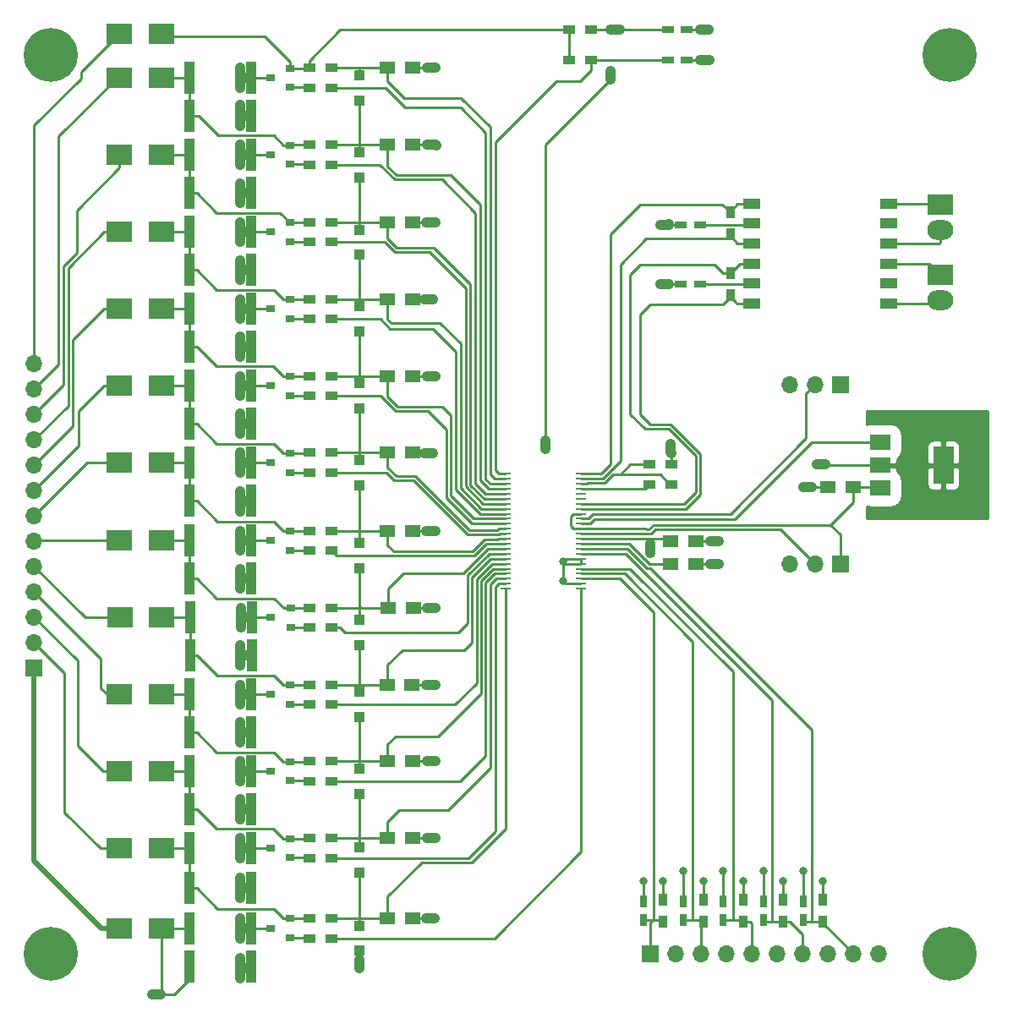
<source format=gbr>
G04 #@! TF.GenerationSoftware,KiCad,Pcbnew,5.1.0-rc2-unknown-d2d2101~82~ubuntu18.10.1*
G04 #@! TF.CreationDate,2019-03-08T15:06:41-05:00*
G04 #@! TF.ProjectId,LTC6811,4c544336-3831-4312-9e6b-696361645f70,rev?*
G04 #@! TF.SameCoordinates,Original*
G04 #@! TF.FileFunction,Copper,L1,Top*
G04 #@! TF.FilePolarity,Positive*
%FSLAX46Y46*%
G04 Gerber Fmt 4.6, Leading zero omitted, Abs format (unit mm)*
G04 Created by KiCad (PCBNEW 5.1.0-rc2-unknown-d2d2101~82~ubuntu18.10.1) date 2019-03-08 15:06:41*
%MOMM*%
%LPD*%
G04 APERTURE LIST*
%ADD10R,1.000000X3.200000*%
%ADD11R,2.650000X2.030000*%
%ADD12R,1.500000X1.250000*%
%ADD13R,1.200000X0.750000*%
%ADD14R,0.750000X1.200000*%
%ADD15O,1.700000X1.700000*%
%ADD16R,1.700000X1.700000*%
%ADD17O,2.600000X2.000000*%
%ADD18R,2.600000X2.000000*%
%ADD19R,2.000000X1.500000*%
%ADD20R,2.000000X3.800000*%
%ADD21R,0.900000X0.800000*%
%ADD22R,1.200000X0.900000*%
%ADD23R,0.900000X1.200000*%
%ADD24R,1.750000X1.000000*%
%ADD25R,1.753000X1.000000*%
%ADD26R,1.000000X0.285000*%
%ADD27C,5.400000*%
%ADD28C,0.800000*%
%ADD29R,1.000000X1.000000*%
%ADD30C,0.250000*%
%ADD31C,1.000000*%
%ADD32C,0.500000*%
%ADD33C,0.254000*%
G04 APERTURE END LIST*
D10*
X18850000Y-18850000D03*
X25050000Y-18850000D03*
D11*
X11860000Y-2925000D03*
X16040000Y-2925000D03*
D12*
X69550000Y-55950000D03*
X67050000Y-55950000D03*
X67050000Y-53700000D03*
X69550000Y-53700000D03*
D13*
X68650000Y-5500000D03*
X66750000Y-5500000D03*
X66750000Y-2500000D03*
X68650000Y-2500000D03*
D12*
X85300000Y-48300000D03*
X82800000Y-48300000D03*
D13*
X69950000Y-22000000D03*
X68050000Y-22000000D03*
X68050000Y-28000000D03*
X69950000Y-28000000D03*
D14*
X64300000Y-89750000D03*
X64300000Y-91650000D03*
X68300000Y-91650000D03*
X68300000Y-89750000D03*
X72300000Y-89750000D03*
X72300000Y-91650000D03*
X76300000Y-91650000D03*
X76300000Y-89750000D03*
X80300000Y-89750000D03*
X80300000Y-91650000D03*
D11*
X16040000Y-7300000D03*
X11860000Y-7300000D03*
X11860000Y-15000000D03*
X16040000Y-15000000D03*
X16040000Y-22750000D03*
X11860000Y-22750000D03*
X11860000Y-30450000D03*
X16040000Y-30450000D03*
X16040000Y-38150000D03*
X11860000Y-38150000D03*
X11860000Y-45850000D03*
X16040000Y-45850000D03*
X16040000Y-53650000D03*
X11860000Y-53650000D03*
X11910000Y-61350000D03*
X16090000Y-61350000D03*
X16040000Y-69050000D03*
X11860000Y-69050000D03*
X11860000Y-76750000D03*
X16040000Y-76750000D03*
X16040000Y-84450000D03*
X11860000Y-84450000D03*
D15*
X3300000Y-35920000D03*
X3300000Y-38460000D03*
X3300000Y-41000000D03*
X3300000Y-43540000D03*
X3300000Y-46080000D03*
X3300000Y-48620000D03*
X3300000Y-51160000D03*
X3300000Y-53700000D03*
X3300000Y-56240000D03*
X3300000Y-58780000D03*
X3300000Y-61320000D03*
X3300000Y-63860000D03*
D16*
X3300000Y-66400000D03*
D17*
X94000000Y-22540000D03*
D18*
X94000000Y-20000000D03*
X94000000Y-27000000D03*
D17*
X94000000Y-29540000D03*
D15*
X78961495Y-56000000D03*
X81501495Y-56000000D03*
D16*
X84041495Y-56000000D03*
X84000000Y-38000000D03*
D15*
X81460000Y-38000000D03*
X78920000Y-38000000D03*
D19*
X88050000Y-43800000D03*
X88050000Y-48400000D03*
X88050000Y-46100000D03*
D20*
X94350000Y-46100000D03*
D21*
X28950000Y-8250000D03*
X28950000Y-6350000D03*
X26950000Y-7300000D03*
X26950000Y-15000000D03*
X28950000Y-14050000D03*
X28950000Y-15950000D03*
X26950000Y-22750000D03*
X28950000Y-21800000D03*
X28950000Y-23700000D03*
X28950000Y-31400000D03*
X28950000Y-29500000D03*
X26950000Y-30450000D03*
X26950000Y-38150000D03*
X28950000Y-37200000D03*
X28950000Y-39100000D03*
X26950000Y-45850000D03*
X28950000Y-44900000D03*
X28950000Y-46800000D03*
X28950000Y-54600000D03*
X28950000Y-52700000D03*
X26950000Y-53650000D03*
X27000000Y-61350000D03*
X29000000Y-60400000D03*
X29000000Y-62300000D03*
X28950000Y-70000000D03*
X28950000Y-68100000D03*
X26950000Y-69050000D03*
X28950000Y-77700000D03*
X28950000Y-75800000D03*
X26950000Y-76750000D03*
X26950000Y-84450000D03*
X28950000Y-83500000D03*
X28950000Y-85400000D03*
X28950000Y-93400000D03*
X28950000Y-91500000D03*
X26950000Y-92450000D03*
D22*
X56900000Y-2500000D03*
X59100000Y-2500000D03*
X59100000Y-5500000D03*
X56900000Y-5500000D03*
X67100000Y-48000000D03*
X64900000Y-48000000D03*
X64900000Y-46000000D03*
X67100000Y-46000000D03*
D23*
X73000000Y-20800000D03*
X73000000Y-23000000D03*
X73000000Y-29100000D03*
X73000000Y-26900000D03*
X66300000Y-89600000D03*
X66300000Y-91800000D03*
X70300000Y-91800000D03*
X70300000Y-89600000D03*
X74300000Y-89600000D03*
X74300000Y-91800000D03*
X78300000Y-89600000D03*
X78300000Y-91800000D03*
X82300000Y-91800000D03*
X82300000Y-89600000D03*
D22*
X33050000Y-6300000D03*
X30850000Y-6300000D03*
X33050000Y-8300000D03*
X30850000Y-8300000D03*
X33050000Y-14000000D03*
X30850000Y-14000000D03*
X30850000Y-16000000D03*
X33050000Y-16000000D03*
X33050000Y-21750000D03*
X30850000Y-21750000D03*
X30850000Y-23750000D03*
X33050000Y-23750000D03*
X33050000Y-29450000D03*
X30850000Y-29450000D03*
X30850000Y-31450000D03*
X33050000Y-31450000D03*
X33050000Y-37150000D03*
X30850000Y-37150000D03*
X30850000Y-39150000D03*
X33050000Y-39150000D03*
X30850000Y-44850000D03*
X33050000Y-44850000D03*
X33050000Y-46850000D03*
X30850000Y-46850000D03*
X33050000Y-52650000D03*
X30850000Y-52650000D03*
X30850000Y-54650000D03*
X33050000Y-54650000D03*
X30900000Y-60350000D03*
X33100000Y-60350000D03*
X33100000Y-62350000D03*
X30900000Y-62350000D03*
X30850000Y-68050000D03*
X33050000Y-68050000D03*
X30850000Y-70050000D03*
X33050000Y-70050000D03*
X30850000Y-75750000D03*
X33050000Y-75750000D03*
X30850000Y-77750000D03*
X33050000Y-77750000D03*
X33050000Y-83450000D03*
X30850000Y-83450000D03*
X30850000Y-85450000D03*
X33050000Y-85450000D03*
X33050000Y-91450000D03*
X30850000Y-91450000D03*
X30850000Y-93450000D03*
X33050000Y-93450000D03*
D24*
X75125000Y-29900000D03*
X75125000Y-27900000D03*
X75125000Y-25900000D03*
X75125000Y-23900000D03*
X75125000Y-21900000D03*
D25*
X75125000Y-19900000D03*
D24*
X88875000Y-19900000D03*
X88875000Y-21900000D03*
X88875000Y-23900000D03*
X88875000Y-29900000D03*
X88875000Y-27900000D03*
X88875000Y-25900000D03*
D26*
X58050000Y-46950000D03*
X58050000Y-47450000D03*
X58050000Y-47950000D03*
X58050000Y-48450000D03*
X58050000Y-48950000D03*
X58050000Y-49450000D03*
X58050000Y-49950000D03*
X58050000Y-50450000D03*
X58050000Y-50950000D03*
X58050000Y-51450000D03*
X58050000Y-51950000D03*
X58050000Y-52450000D03*
X58050000Y-52950000D03*
X58050000Y-53450000D03*
X58050000Y-53950000D03*
X58050000Y-54450000D03*
X58050000Y-54950000D03*
X58050000Y-55450000D03*
X58050000Y-55950000D03*
X58050000Y-56450000D03*
X58050000Y-56950000D03*
X58050000Y-57450000D03*
X58050000Y-57950000D03*
X58050000Y-58450000D03*
X50550000Y-58450000D03*
X50550000Y-57950000D03*
X50550000Y-57450000D03*
X50550000Y-56950000D03*
X50550000Y-56450000D03*
X50550000Y-55950000D03*
X50550000Y-55450000D03*
X50550000Y-54950000D03*
X50550000Y-54450000D03*
X50550000Y-53950000D03*
X50550000Y-53450000D03*
X50550000Y-52950000D03*
X50550000Y-52450000D03*
X50550000Y-51950000D03*
X50550000Y-51450000D03*
X50550000Y-50950000D03*
X50550000Y-50450000D03*
X50550000Y-49950000D03*
X50550000Y-49450000D03*
X50550000Y-48950000D03*
X50550000Y-48450000D03*
X50550000Y-47950000D03*
X50550000Y-47450000D03*
X50550000Y-46950000D03*
D27*
X5000000Y-5000000D03*
D28*
X7025000Y-5000000D03*
X6431891Y-6431891D03*
X5000000Y-7025000D03*
X3568109Y-6431891D03*
X2975000Y-5000000D03*
X3568109Y-3568109D03*
X5000000Y-2975000D03*
X6431891Y-3568109D03*
X6431891Y-93568109D03*
X5000000Y-92975000D03*
X3568109Y-93568109D03*
X2975000Y-95000000D03*
X3568109Y-96431891D03*
X5000000Y-97025000D03*
X6431891Y-96431891D03*
X7025000Y-95000000D03*
D27*
X5000000Y-95000000D03*
D28*
X96431891Y-3568109D03*
X95000000Y-2975000D03*
X93568109Y-3568109D03*
X92975000Y-5000000D03*
X93568109Y-6431891D03*
X95000000Y-7025000D03*
X96431891Y-6431891D03*
X97025000Y-5000000D03*
D27*
X95000000Y-5000000D03*
X95000000Y-95000000D03*
D28*
X97025000Y-95000000D03*
X96431891Y-96431891D03*
X95000000Y-97025000D03*
X93568109Y-96431891D03*
X92975000Y-95000000D03*
X93568109Y-93568109D03*
X95000000Y-92975000D03*
X96431891Y-93568109D03*
D10*
X25050000Y-7300000D03*
X18850000Y-7300000D03*
X18850000Y-15000000D03*
X25050000Y-15000000D03*
X18850000Y-22750000D03*
X25050000Y-22750000D03*
X25050000Y-30450000D03*
X18850000Y-30450000D03*
X18850000Y-38150000D03*
X25050000Y-38150000D03*
X18850000Y-45850000D03*
X25050000Y-45850000D03*
X18850000Y-53650000D03*
X25050000Y-53650000D03*
X18900000Y-61350000D03*
X25100000Y-61350000D03*
X25050000Y-76750000D03*
X18850000Y-76750000D03*
X25050000Y-84450000D03*
X18850000Y-84450000D03*
X18850000Y-92450000D03*
X25050000Y-92450000D03*
X25050000Y-69050000D03*
X18850000Y-69050000D03*
D12*
X38700000Y-6300000D03*
X41200000Y-6300000D03*
X38700000Y-14000000D03*
X41200000Y-14000000D03*
X41200000Y-21750000D03*
X38700000Y-21750000D03*
X38700000Y-29450000D03*
X41200000Y-29450000D03*
X41200000Y-37150000D03*
X38700000Y-37150000D03*
X38700000Y-44850000D03*
X41200000Y-44850000D03*
X41200000Y-52650000D03*
X38700000Y-52650000D03*
X41250000Y-60350000D03*
X38750000Y-60350000D03*
X41150000Y-68100000D03*
X38650000Y-68100000D03*
X38700000Y-75750000D03*
X41200000Y-75750000D03*
X41200000Y-83450000D03*
X38700000Y-83450000D03*
X38700000Y-91450000D03*
X41200000Y-91450000D03*
D29*
X35850000Y-9550000D03*
X35850000Y-7050000D03*
X35850000Y-17250000D03*
X35850000Y-14750000D03*
X35850000Y-22500000D03*
X35850000Y-25000000D03*
X35850000Y-30200000D03*
X35850000Y-32700000D03*
X35850000Y-37900000D03*
X35850000Y-40400000D03*
X35850000Y-48100000D03*
X35850000Y-45600000D03*
X35850000Y-56400000D03*
X35850000Y-53900000D03*
X35900000Y-61600000D03*
X35900000Y-64100000D03*
X35850000Y-68800000D03*
X35850000Y-71300000D03*
X35850000Y-76500000D03*
X35850000Y-79000000D03*
X35850000Y-86850000D03*
X35850000Y-84350000D03*
X35850000Y-94700000D03*
X35850000Y-92200000D03*
D11*
X16040000Y-92450000D03*
X11860000Y-92450000D03*
D15*
X87860000Y-95000000D03*
X85320000Y-95000000D03*
X82780000Y-95000000D03*
X80240000Y-95000000D03*
X77700000Y-95000000D03*
X75160000Y-95000000D03*
X72620000Y-95000000D03*
X70080000Y-95000000D03*
X67540000Y-95000000D03*
D16*
X65000000Y-95000000D03*
D10*
X25050000Y-11100000D03*
X18850000Y-11100000D03*
X25050000Y-26550000D03*
X18850000Y-26550000D03*
X25050000Y-34250000D03*
X18850000Y-34250000D03*
X25050000Y-41950000D03*
X18850000Y-41950000D03*
X18850000Y-49650000D03*
X25050000Y-49650000D03*
X25050000Y-57450000D03*
X18850000Y-57450000D03*
X25100000Y-65150000D03*
X18900000Y-65150000D03*
X18850000Y-72850000D03*
X25050000Y-72850000D03*
X18850000Y-80550000D03*
X25050000Y-80550000D03*
X18850000Y-88450000D03*
X25050000Y-88450000D03*
X18850000Y-96250000D03*
X25050000Y-96250000D03*
D28*
X64300000Y-87700000D03*
X56300000Y-55700000D03*
X56300000Y-57700000D03*
X68300000Y-86700000D03*
X72300000Y-86700000D03*
X76300000Y-86700000D03*
X80300000Y-86700000D03*
X80300000Y-48300000D03*
X70000000Y-5500000D03*
X70000000Y-2500000D03*
X66000000Y-22000000D03*
X66000000Y-28000000D03*
X67000000Y-44000000D03*
X43450000Y-6300000D03*
X43550000Y-14050000D03*
X43450000Y-21750000D03*
X43450000Y-52650000D03*
X43450000Y-52650000D03*
X43500000Y-60350000D03*
X43450000Y-68050000D03*
X43450000Y-75750000D03*
X43450000Y-83450000D03*
X43250000Y-29450000D03*
X15100000Y-99100000D03*
X16000000Y-99100000D03*
X35850000Y-96450000D03*
X43450000Y-37150000D03*
X42610000Y-6300000D03*
X42670000Y-14020000D03*
X42560000Y-21750000D03*
X42420000Y-29450000D03*
X42600000Y-37160000D03*
X43240000Y-44860000D03*
X42370000Y-44860000D03*
X42590000Y-52650000D03*
X42620000Y-60360000D03*
X42540000Y-68050000D03*
X42620000Y-75750000D03*
X42630000Y-83450000D03*
X43430000Y-91460000D03*
X42570000Y-91460000D03*
X35840000Y-95630000D03*
X70910000Y-5520000D03*
X66870000Y-21990000D03*
X66860000Y-27980000D03*
X67080000Y-44900000D03*
X81170000Y-48290000D03*
X71840000Y-53700000D03*
X71820000Y-55960000D03*
X70990000Y-55950000D03*
X71010000Y-53710000D03*
X70839982Y-2499982D03*
X66300000Y-87700000D03*
X82300000Y-87700000D03*
X78300000Y-87700000D03*
X74300000Y-87700000D03*
X70300000Y-87700000D03*
X65000000Y-53989996D03*
X64990000Y-54860000D03*
X82500000Y-46000000D03*
X54500000Y-44500000D03*
X61000000Y-7500000D03*
X61000000Y-2500000D03*
X54490000Y-43610000D03*
X61950000Y-2490000D03*
X61020000Y-6630000D03*
X81650000Y-46010000D03*
X23950000Y-7300000D03*
X23950000Y-6300000D03*
X23950000Y-8300000D03*
X23950000Y-11100000D03*
X23950000Y-10000000D03*
X23950000Y-12150000D03*
X23950000Y-15000000D03*
X23950000Y-14000000D03*
X23950000Y-16000000D03*
X23950000Y-18850000D03*
X23950000Y-17850000D03*
X23950000Y-19850000D03*
X23950000Y-22750000D03*
X23950000Y-21750000D03*
X23950000Y-23750000D03*
X23950000Y-26550000D03*
X23950000Y-25550000D03*
X23950000Y-27550000D03*
X23950000Y-30450000D03*
X23950000Y-29450000D03*
X23950000Y-31450000D03*
X23950000Y-34250000D03*
X23950000Y-33250000D03*
X23950000Y-35250000D03*
X23950000Y-38150000D03*
X23950000Y-37150000D03*
X23950000Y-39150000D03*
X23950000Y-41950000D03*
X23950000Y-40950000D03*
X23950000Y-42950000D03*
X23950000Y-45850000D03*
X23950000Y-44850000D03*
X23950000Y-46850000D03*
X23950000Y-49700000D03*
X23950000Y-48700000D03*
X23950000Y-50700000D03*
X23950000Y-53650000D03*
X23950000Y-52650000D03*
X23950000Y-54650000D03*
X23950000Y-57450000D03*
X23950000Y-56450000D03*
X23950000Y-58450000D03*
X24000000Y-61350000D03*
X24000000Y-60350000D03*
X24000000Y-62350000D03*
X23950000Y-65150000D03*
X23950000Y-64150000D03*
X23950000Y-66150000D03*
X23950000Y-69050000D03*
X23950000Y-68050000D03*
X23950000Y-70050000D03*
X23950000Y-72850000D03*
X23950000Y-71850000D03*
X23950000Y-73850000D03*
X23950000Y-76750000D03*
X23950000Y-75750000D03*
X23950000Y-77750000D03*
X23950000Y-80550000D03*
X23950000Y-79550000D03*
X23950000Y-81550000D03*
X23950000Y-84450000D03*
X23950000Y-83450000D03*
X23950000Y-85450000D03*
X23950000Y-88400000D03*
X23950000Y-87400000D03*
X23950000Y-89400000D03*
X23950000Y-92450000D03*
X23950000Y-91450000D03*
X23950000Y-93450000D03*
X23950000Y-96450000D03*
X23950000Y-95450000D03*
X23950000Y-97450000D03*
D30*
X64300000Y-89750000D02*
X64300000Y-87700000D01*
X58050000Y-55950000D02*
X56550000Y-55950000D01*
X56550000Y-55950000D02*
X56300000Y-55700000D01*
X56550000Y-55450000D02*
X56300000Y-55700000D01*
X58050000Y-55450000D02*
X56550000Y-55450000D01*
X58050000Y-57950000D02*
X56550000Y-57950000D01*
X56550000Y-57950000D02*
X56300000Y-57700000D01*
X68300000Y-89750000D02*
X68300000Y-86700000D01*
X72300000Y-89750000D02*
X72300000Y-86700000D01*
X76300000Y-89750000D02*
X76300000Y-86700000D01*
X80300000Y-89750000D02*
X80300000Y-86700000D01*
X82800000Y-48300000D02*
X80300000Y-48300000D01*
X68650000Y-5500000D02*
X70000000Y-5500000D01*
X68650000Y-2500000D02*
X70000000Y-2500000D01*
X68050000Y-22000000D02*
X66000000Y-22000000D01*
X67100000Y-46000000D02*
X67100000Y-44100000D01*
X67100000Y-44100000D02*
X67000000Y-44000000D01*
X41200000Y-6300000D02*
X43450000Y-6300000D01*
X41200000Y-14000000D02*
X43450000Y-14000000D01*
X41200000Y-21750000D02*
X43450000Y-21750000D01*
X41200000Y-37150000D02*
X43450000Y-37150000D01*
X41200000Y-52650000D02*
X43450000Y-52650000D01*
X41250000Y-60350000D02*
X43500000Y-60350000D01*
X41200000Y-68050000D02*
X43450000Y-68050000D01*
X41200000Y-75750000D02*
X43450000Y-75750000D01*
X41200000Y-83450000D02*
X43450000Y-83450000D01*
X41200000Y-29450000D02*
X43224990Y-29450000D01*
X17615000Y-92450000D02*
X18850000Y-92450000D01*
X16040000Y-92450000D02*
X17615000Y-92450000D01*
X15090000Y-99110000D02*
X15100000Y-99100000D01*
D31*
X15100000Y-99100000D02*
X16000000Y-99100000D01*
D30*
X68050000Y-28000000D02*
X66000000Y-28000000D01*
X35850000Y-94700000D02*
X35850000Y-96450000D01*
X16040000Y-99060000D02*
X16000000Y-99100000D01*
X16040000Y-92450000D02*
X16040000Y-99060000D01*
X17300000Y-99100000D02*
X16565685Y-99100000D01*
X16565685Y-99100000D02*
X16000000Y-99100000D01*
X18850000Y-96450000D02*
X18850000Y-97550000D01*
X18850000Y-97550000D02*
X17300000Y-99100000D01*
X43230000Y-44850000D02*
X43240000Y-44860000D01*
X41200000Y-44850000D02*
X43230000Y-44850000D01*
X43420000Y-91450000D02*
X43430000Y-91460000D01*
X41200000Y-91450000D02*
X43420000Y-91450000D01*
D31*
X42570000Y-91460000D02*
X43430000Y-91460000D01*
X42630000Y-83450000D02*
X43450000Y-83450000D01*
X42620000Y-75750000D02*
X43450000Y-75750000D01*
X42540000Y-68050000D02*
X43450000Y-68050000D01*
X43490000Y-60360000D02*
X43500000Y-60350000D01*
X42620000Y-60360000D02*
X43490000Y-60360000D01*
X42590000Y-52650000D02*
X43450000Y-52650000D01*
X42370000Y-44860000D02*
X43240000Y-44860000D01*
X43440000Y-37160000D02*
X43450000Y-37150000D01*
X42600000Y-37160000D02*
X43440000Y-37160000D01*
X42420000Y-29450000D02*
X43250000Y-29450000D01*
X42560000Y-21750000D02*
X43450000Y-21750000D01*
X43520000Y-14020000D02*
X43550000Y-14050000D01*
X42670000Y-14020000D02*
X43520000Y-14020000D01*
X42610000Y-6300000D02*
X43450000Y-6300000D01*
X35850000Y-95640000D02*
X35840000Y-95630000D01*
X35850000Y-96450000D02*
X35850000Y-95640000D01*
X70890000Y-5500000D02*
X70910000Y-5520000D01*
X70000000Y-5500000D02*
X70890000Y-5500000D01*
X66860000Y-22000000D02*
X66870000Y-21990000D01*
X66000000Y-22000000D02*
X66860000Y-22000000D01*
X66840000Y-28000000D02*
X66860000Y-27980000D01*
X66000000Y-28000000D02*
X66840000Y-28000000D01*
X67000000Y-44820000D02*
X67080000Y-44900000D01*
X67000000Y-44000000D02*
X67000000Y-44820000D01*
X81160000Y-48300000D02*
X81170000Y-48290000D01*
X80300000Y-48300000D02*
X81160000Y-48300000D01*
D30*
X69550000Y-53700000D02*
X71840000Y-53700000D01*
X71810000Y-55950000D02*
X71820000Y-55960000D01*
X69550000Y-55950000D02*
X71810000Y-55950000D01*
D31*
X71830000Y-53710000D02*
X71840000Y-53700000D01*
X71010000Y-53710000D02*
X71830000Y-53710000D01*
X70990000Y-55950000D02*
X71810000Y-55950000D01*
D30*
X58050000Y-55450000D02*
X58050000Y-55950000D01*
X56300000Y-55700000D02*
X56300000Y-57700000D01*
D31*
X70000000Y-2500000D02*
X70839964Y-2500000D01*
X70839964Y-2500000D02*
X70839982Y-2499982D01*
D30*
X62876984Y-53950000D02*
X64876984Y-55950000D01*
X64876984Y-55950000D02*
X66050000Y-55950000D01*
X66050000Y-55950000D02*
X67050000Y-55950000D01*
X58050000Y-53950000D02*
X62876984Y-53950000D01*
X66800000Y-53450000D02*
X67050000Y-53700000D01*
X66300000Y-87700000D02*
X66300000Y-89600000D01*
X82300000Y-89600000D02*
X82300000Y-87700000D01*
X78300000Y-89600000D02*
X78300000Y-87700000D01*
X74300000Y-89600000D02*
X74300000Y-87700000D01*
X70300000Y-89600000D02*
X70300000Y-87700000D01*
X58050000Y-53450000D02*
X64950000Y-53450000D01*
X64950000Y-53450000D02*
X66800000Y-53450000D01*
X64950000Y-53450000D02*
X65000000Y-53500000D01*
X65000000Y-53500000D02*
X65000000Y-53989996D01*
D31*
X64990000Y-53999996D02*
X65000000Y-53989996D01*
X64990000Y-54860000D02*
X64990000Y-53999996D01*
D30*
X59100000Y-5500000D02*
X66750000Y-5500000D01*
X59100000Y-6500000D02*
X59100000Y-5500000D01*
X49850000Y-46950000D02*
X49500000Y-46600000D01*
X49500000Y-46600000D02*
X49500000Y-13701890D01*
X55551890Y-7650000D02*
X57950000Y-7650000D01*
X49500000Y-13701890D02*
X55551890Y-7650000D01*
X50550000Y-46950000D02*
X49850000Y-46950000D01*
X57950000Y-7650000D02*
X59100000Y-6500000D01*
X59100000Y-2500000D02*
X66750000Y-2500000D01*
X88050000Y-46100000D02*
X82600000Y-46100000D01*
X82600000Y-46100000D02*
X82500000Y-46000000D01*
X54500000Y-14000000D02*
X61000000Y-7500000D01*
X54500000Y-44500000D02*
X54500000Y-14000000D01*
D31*
X54500000Y-43620000D02*
X54490000Y-43610000D01*
X54500000Y-44500000D02*
X54500000Y-43620000D01*
X61940000Y-2500000D02*
X61950000Y-2490000D01*
X61000000Y-2500000D02*
X61940000Y-2500000D01*
X61000000Y-6650000D02*
X61020000Y-6630000D01*
X61000000Y-7500000D02*
X61000000Y-6650000D01*
X82490000Y-46010000D02*
X82500000Y-46000000D01*
X81650000Y-46010000D02*
X82490000Y-46010000D01*
D30*
X87950000Y-48300000D02*
X88050000Y-48400000D01*
X85300000Y-48300000D02*
X87950000Y-48300000D01*
X57300000Y-52450000D02*
X57000000Y-52150000D01*
X58050000Y-52450000D02*
X57300000Y-52450000D01*
X57300000Y-50950000D02*
X58050000Y-50950000D01*
X57000000Y-52150000D02*
X57000000Y-51250000D01*
X57000000Y-51250000D02*
X57300000Y-50950000D01*
X84041495Y-53041495D02*
X84041495Y-56000000D01*
X64600000Y-52500000D02*
X64863590Y-52500000D01*
X64550000Y-52450000D02*
X64600000Y-52500000D01*
X58050000Y-52450000D02*
X64550000Y-52450000D01*
X65313600Y-52049990D02*
X83049990Y-52049990D01*
X64863590Y-52500000D02*
X65313600Y-52049990D01*
X83049990Y-52049990D02*
X84041495Y-53041495D01*
X85300000Y-49799980D02*
X85300000Y-48300000D01*
X83049990Y-52049990D02*
X85300000Y-49799980D01*
X70050000Y-21900000D02*
X69950000Y-22000000D01*
X75025000Y-22000000D02*
X75125000Y-21900000D01*
X69950000Y-22000000D02*
X75025000Y-22000000D01*
X70050000Y-27900000D02*
X69950000Y-28000000D01*
X75025000Y-28000000D02*
X75125000Y-27900000D01*
X69950000Y-28000000D02*
X75025000Y-28000000D01*
X66150000Y-91650000D02*
X66300000Y-91800000D01*
X64300000Y-91650000D02*
X65250000Y-91650000D01*
X65250000Y-91650000D02*
X66150000Y-91650000D01*
X65300000Y-91600000D02*
X65250000Y-91650000D01*
X65300000Y-60800000D02*
X65300000Y-91600000D01*
X58050000Y-57450000D02*
X61950000Y-57450000D01*
X61950000Y-57450000D02*
X65300000Y-60800000D01*
X65000000Y-91900000D02*
X65250000Y-91650000D01*
X65000000Y-95000000D02*
X65000000Y-91900000D01*
X70150000Y-91650000D02*
X70300000Y-91800000D01*
X68300000Y-91650000D02*
X69250000Y-91650000D01*
X69250000Y-91650000D02*
X70150000Y-91650000D01*
X69250000Y-63750000D02*
X69250000Y-91650000D01*
X58050000Y-56950000D02*
X62450000Y-56950000D01*
X62450000Y-56950000D02*
X69250000Y-63750000D01*
X70080000Y-92020000D02*
X70300000Y-91800000D01*
X70080000Y-95000000D02*
X70080000Y-92020000D01*
X74150000Y-91650000D02*
X74300000Y-91800000D01*
X72300000Y-91650000D02*
X73250000Y-91650000D01*
X73250000Y-91650000D02*
X74150000Y-91650000D01*
X73250000Y-66750000D02*
X73250000Y-91650000D01*
X58050000Y-56450000D02*
X62950000Y-56450000D01*
X62950000Y-56450000D02*
X73250000Y-66750000D01*
X75000000Y-91800000D02*
X74300000Y-91800000D01*
X75160000Y-95000000D02*
X75160000Y-91960000D01*
X75160000Y-91960000D02*
X75000000Y-91800000D01*
X76450000Y-91800000D02*
X76300000Y-91650000D01*
X58050000Y-54950000D02*
X62550000Y-54950000D01*
X77200000Y-69600000D02*
X77200000Y-91800000D01*
X62550000Y-54950000D02*
X77200000Y-69600000D01*
X78300000Y-91800000D02*
X77200000Y-91800000D01*
X77200000Y-91800000D02*
X76450000Y-91800000D01*
X79000000Y-91800000D02*
X78300000Y-91800000D01*
X80240000Y-95000000D02*
X80240000Y-93040000D01*
X80240000Y-93040000D02*
X79000000Y-91800000D01*
X80450000Y-91800000D02*
X80300000Y-91650000D01*
X82300000Y-91800000D02*
X81200000Y-91800000D01*
X81200000Y-91800000D02*
X80450000Y-91800000D01*
X64690584Y-56400011D02*
X65000011Y-56400011D01*
X62740573Y-54450000D02*
X64690584Y-56400011D01*
X58050000Y-54450000D02*
X62740573Y-54450000D01*
X81200000Y-72600000D02*
X81200000Y-91800000D01*
X65000011Y-56400011D02*
X81200000Y-72600000D01*
X85320000Y-94970000D02*
X85320000Y-95000000D01*
X82300000Y-91800000D02*
X82300000Y-91950000D01*
X82300000Y-91950000D02*
X85320000Y-94970000D01*
X35850000Y-7050000D02*
X35850000Y-6300000D01*
X33050000Y-6300000D02*
X35850000Y-6300000D01*
X35850000Y-6300000D02*
X38700000Y-6300000D01*
X38700000Y-7650000D02*
X38700000Y-6300000D01*
X49450000Y-47450000D02*
X49000000Y-47000000D01*
X49000000Y-12250000D02*
X46050000Y-9300000D01*
X50550000Y-47450000D02*
X49450000Y-47450000D01*
X49000000Y-47000000D02*
X49000000Y-12250000D01*
X46050000Y-9300000D02*
X40350000Y-9300000D01*
X40350000Y-9300000D02*
X38700000Y-7650000D01*
X33050000Y-14000000D02*
X35850000Y-14000000D01*
X35850000Y-14000000D02*
X38700000Y-14000000D01*
X35850000Y-14750000D02*
X35850000Y-14000000D01*
X35850000Y-9550000D02*
X35850000Y-14000000D01*
X38700000Y-16150000D02*
X38700000Y-14000000D01*
X48813590Y-48450000D02*
X48000000Y-47636410D01*
X39550000Y-17000000D02*
X38700000Y-16150000D01*
X50550000Y-48450000D02*
X48813590Y-48450000D01*
X48000000Y-47636410D02*
X48000000Y-20000000D01*
X48000000Y-20000000D02*
X45000000Y-17000000D01*
X45000000Y-17000000D02*
X39550000Y-17000000D01*
X33050000Y-21750000D02*
X35850000Y-21750000D01*
X35850000Y-21750000D02*
X38700000Y-21750000D01*
X35850000Y-22500000D02*
X35850000Y-21750000D01*
X35850000Y-17250000D02*
X35850000Y-22500000D01*
X49800000Y-49450000D02*
X50550000Y-49450000D01*
X48359230Y-49450000D02*
X49800000Y-49450000D01*
X38700000Y-23400000D02*
X39599989Y-24299989D01*
X38700000Y-21750000D02*
X38700000Y-23400000D01*
X39599989Y-24299989D02*
X43299989Y-24299989D01*
X47000000Y-28000000D02*
X47000000Y-48090770D01*
X43299989Y-24299989D02*
X47000000Y-28000000D01*
X47000000Y-48090770D02*
X48359230Y-49450000D01*
X33050000Y-29450000D02*
X35850000Y-29450000D01*
X35850000Y-29450000D02*
X38700000Y-29450000D01*
X35850000Y-30200000D02*
X35850000Y-29450000D01*
X35850000Y-25000000D02*
X35850000Y-30200000D01*
X49800000Y-50450000D02*
X50550000Y-50450000D01*
X38700000Y-31500000D02*
X39050000Y-31850000D01*
X43950000Y-31850000D02*
X46000000Y-33900000D01*
X48086410Y-50450000D02*
X49800000Y-50450000D01*
X46000000Y-33900000D02*
X46000000Y-48363590D01*
X46000000Y-48363590D02*
X48086410Y-50450000D01*
X38700000Y-29450000D02*
X38700000Y-31500000D01*
X39050000Y-31850000D02*
X43950000Y-31850000D01*
X33050000Y-37150000D02*
X33900000Y-37150000D01*
X33900000Y-37150000D02*
X35850000Y-37150000D01*
X35850000Y-37150000D02*
X38700000Y-37150000D01*
X35850000Y-37900000D02*
X35850000Y-37150000D01*
X35850000Y-32700000D02*
X35850000Y-37900000D01*
X38700000Y-39200000D02*
X38700000Y-37150000D01*
X47300000Y-51450000D02*
X45000000Y-49150000D01*
X39699989Y-40199989D02*
X38700000Y-39200000D01*
X44136400Y-40199989D02*
X39699989Y-40199989D01*
X45000000Y-49150000D02*
X45000000Y-41063589D01*
X50550000Y-51450000D02*
X47300000Y-51450000D01*
X45000000Y-41063589D02*
X44136400Y-40199989D01*
X33050000Y-44850000D02*
X35850000Y-44850000D01*
X35850000Y-44850000D02*
X38700000Y-44850000D01*
X35850000Y-45600000D02*
X35850000Y-44850000D01*
X35850000Y-40400000D02*
X35850000Y-45600000D01*
X49800000Y-52450000D02*
X50550000Y-52450000D01*
X49417199Y-52582477D02*
X49667523Y-52582477D01*
X49399708Y-52599968D02*
X49417199Y-52582477D01*
X38700000Y-44850000D02*
X38700000Y-46300000D01*
X46899968Y-52599968D02*
X49399708Y-52599968D01*
X38700000Y-46300000D02*
X39550000Y-47150000D01*
X39550000Y-47150000D02*
X41450000Y-47150000D01*
X49667523Y-52582477D02*
X49800000Y-52450000D01*
X41450000Y-47150000D02*
X46899968Y-52599968D01*
X33050000Y-52650000D02*
X35850000Y-52650000D01*
X35850000Y-52650000D02*
X38700000Y-52650000D01*
X35850000Y-53900000D02*
X35850000Y-52650000D01*
X35850000Y-48100000D02*
X35850000Y-53900000D01*
X38700000Y-54100000D02*
X39300000Y-54700000D01*
X39300000Y-54700000D02*
X47208713Y-54700000D01*
X48408723Y-53499990D02*
X49772508Y-53499990D01*
X38700000Y-52650000D02*
X38700000Y-54100000D01*
X47208713Y-54700000D02*
X48408723Y-53499990D01*
X50517501Y-53482499D02*
X50550000Y-53450000D01*
X49789999Y-53482499D02*
X50517501Y-53482499D01*
X49772508Y-53499990D02*
X49789999Y-53482499D01*
X33100000Y-60350000D02*
X36000000Y-60350000D01*
X36000000Y-60350000D02*
X38750000Y-60350000D01*
X35900000Y-60450000D02*
X36000000Y-60350000D01*
X35900000Y-61600000D02*
X35900000Y-60450000D01*
X38750000Y-60350000D02*
X38875000Y-60350000D01*
X46250011Y-56931523D02*
X48731534Y-54450000D01*
X49800000Y-54450000D02*
X50550000Y-54450000D01*
X48731534Y-54450000D02*
X49800000Y-54450000D01*
X35900000Y-60250000D02*
X36000000Y-60350000D01*
X35900000Y-57200000D02*
X35900000Y-60250000D01*
X35850000Y-57150000D02*
X35900000Y-57200000D01*
X35850000Y-56400000D02*
X35850000Y-57150000D01*
X38750000Y-60350000D02*
X38750000Y-58450000D01*
X40268477Y-56931523D02*
X46250011Y-56931523D01*
X38750000Y-58450000D02*
X40268477Y-56931523D01*
X33050000Y-68050000D02*
X35850000Y-68050000D01*
X35850000Y-68050000D02*
X38700000Y-68050000D01*
X35850000Y-68800000D02*
X35850000Y-68050000D01*
X38700000Y-68050000D02*
X38825000Y-68050000D01*
X35900000Y-68750000D02*
X35850000Y-68800000D01*
X35900000Y-64100000D02*
X35900000Y-68750000D01*
X49800000Y-55450000D02*
X50550000Y-55450000D01*
X49004356Y-55450000D02*
X49800000Y-55450000D01*
X47150033Y-57304323D02*
X49004356Y-55450000D01*
X47150033Y-59259200D02*
X47150033Y-57304323D01*
X38650000Y-66100000D02*
X40150000Y-64600000D01*
X46400000Y-64600000D02*
X47149967Y-63850033D01*
X38650000Y-68100000D02*
X38650000Y-66100000D01*
X47149967Y-59259266D02*
X47150033Y-59259200D01*
X40150000Y-64600000D02*
X46400000Y-64600000D01*
X47149967Y-63850033D02*
X47149967Y-59259266D01*
X33050000Y-75750000D02*
X35850000Y-75750000D01*
X35850000Y-75750000D02*
X38700000Y-75750000D01*
X35850000Y-76500000D02*
X35850000Y-75750000D01*
X35850000Y-71300000D02*
X35850000Y-76500000D01*
X49800000Y-56450000D02*
X50550000Y-56450000D01*
X49277178Y-56450000D02*
X49800000Y-56450000D01*
X48050055Y-57677123D02*
X49277178Y-56450000D01*
X48050055Y-59632000D02*
X48050055Y-57677123D01*
X48049989Y-59632066D02*
X48050055Y-59632000D01*
X38700000Y-75750000D02*
X38700000Y-74050000D01*
X39500000Y-73250000D02*
X43750000Y-73250000D01*
X38700000Y-74050000D02*
X39500000Y-73250000D01*
X43750000Y-73250000D02*
X48049989Y-68950011D01*
X48049989Y-68950011D02*
X48049989Y-59632066D01*
X35850000Y-83350000D02*
X35750000Y-83450000D01*
X33050000Y-83450000D02*
X35750000Y-83450000D01*
X35850000Y-84500000D02*
X35850000Y-83450000D01*
X35750000Y-83450000D02*
X35850000Y-83450000D01*
X35850000Y-83450000D02*
X38700000Y-83450000D01*
X35850000Y-79750000D02*
X35850000Y-84700000D01*
X35850000Y-79000000D02*
X35850000Y-79750000D01*
X38700000Y-81800000D02*
X38700000Y-83450000D01*
X49550000Y-57450000D02*
X49000000Y-58000000D01*
X50550000Y-57450000D02*
X49550000Y-57450000D01*
X49000000Y-76400000D02*
X44750000Y-80650000D01*
X44750000Y-80650000D02*
X39850000Y-80650000D01*
X49000000Y-58000000D02*
X49000000Y-76400000D01*
X39850000Y-80650000D02*
X38700000Y-81800000D01*
X35850000Y-91350000D02*
X35750000Y-91450000D01*
X33050000Y-91450000D02*
X35750000Y-91450000D01*
X35850000Y-91550000D02*
X35950000Y-91450000D01*
X35850000Y-92200000D02*
X35850000Y-91550000D01*
X35750000Y-91450000D02*
X35950000Y-91450000D01*
X35950000Y-91450000D02*
X38700000Y-91450000D01*
X35850000Y-87200000D02*
X35850000Y-92200000D01*
X50550000Y-82450000D02*
X50550000Y-58950000D01*
X47099990Y-85900010D02*
X50550000Y-82450000D01*
X42099990Y-85900010D02*
X47099990Y-85900010D01*
X38700000Y-91450000D02*
X38700000Y-89300000D01*
X50550000Y-58950000D02*
X50550000Y-58450000D01*
X38700000Y-89300000D02*
X42099990Y-85900010D01*
X11550000Y-3150000D02*
X8000000Y-6700000D01*
X11860000Y-3150000D02*
X11550000Y-3150000D01*
X8000000Y-6700000D02*
X8000000Y-7350000D01*
X3300000Y-12050000D02*
X3300000Y-35920000D01*
X8000000Y-7350000D02*
X3300000Y-12050000D01*
X28950000Y-5700000D02*
X28950000Y-6350000D01*
X30800000Y-6350000D02*
X30850000Y-6300000D01*
X28950000Y-6350000D02*
X30800000Y-6350000D01*
X26400000Y-3150000D02*
X28950000Y-5700000D01*
X16040000Y-3150000D02*
X26400000Y-3150000D01*
X56050000Y-2500000D02*
X56900000Y-2500000D01*
X33950000Y-2500000D02*
X56050000Y-2500000D01*
X30850000Y-6300000D02*
X30850000Y-5600000D01*
X30850000Y-5600000D02*
X33950000Y-2500000D01*
X56900000Y-2500000D02*
X56900000Y-5500000D01*
X16040000Y-7300000D02*
X18850000Y-7300000D01*
X29000000Y-14000000D02*
X28950000Y-14050000D01*
X30850000Y-14000000D02*
X29000000Y-14000000D01*
X18850000Y-7300000D02*
X18850000Y-11100000D01*
X18850000Y-11100000D02*
X19750000Y-11100000D01*
X28250000Y-14050000D02*
X28950000Y-14050000D01*
X27274999Y-13074999D02*
X28250000Y-14050000D01*
X19750000Y-11100000D02*
X21724999Y-13074999D01*
X21724999Y-13074999D02*
X27274999Y-13074999D01*
X11550000Y-7350000D02*
X5750000Y-13150000D01*
X11860000Y-7300000D02*
X11550000Y-7300000D01*
X5750000Y-36010000D02*
X3300000Y-38460000D01*
X5750000Y-13150000D02*
X5750000Y-36010000D01*
X11860000Y-15000000D02*
X11860000Y-16265000D01*
X6249989Y-38050011D02*
X4149999Y-40150001D01*
X7550000Y-24848589D02*
X6249989Y-26148600D01*
X7550000Y-20575000D02*
X7550000Y-24848589D01*
X11860000Y-16265000D02*
X7550000Y-20575000D01*
X6249989Y-26148600D02*
X6249989Y-38050011D01*
X4149999Y-40150001D02*
X3300000Y-41000000D01*
X16040000Y-15000000D02*
X18850000Y-15000000D01*
X30800000Y-21800000D02*
X30850000Y-21750000D01*
X28950000Y-21800000D02*
X30800000Y-21800000D01*
X18850000Y-15000000D02*
X18850000Y-18850000D01*
X28900000Y-21800000D02*
X28950000Y-21800000D01*
X19600000Y-18850000D02*
X21574999Y-20824999D01*
X27924999Y-20824999D02*
X28900000Y-21800000D01*
X21574999Y-20824999D02*
X27924999Y-20824999D01*
X18850000Y-18850000D02*
X19600000Y-18850000D01*
X16040000Y-22750000D02*
X18850000Y-22750000D01*
X30800000Y-29500000D02*
X30850000Y-29450000D01*
X28950000Y-29500000D02*
X30800000Y-29500000D01*
X18850000Y-22750000D02*
X18850000Y-26550000D01*
X19600000Y-26550000D02*
X21574999Y-28524999D01*
X18850000Y-26550000D02*
X19600000Y-26550000D01*
X21574999Y-28524999D02*
X27274999Y-28524999D01*
X27274999Y-28524999D02*
X28250000Y-29500000D01*
X28250000Y-29500000D02*
X28950000Y-29500000D01*
X10285000Y-22750000D02*
X6700000Y-26335000D01*
X11860000Y-22750000D02*
X10285000Y-22750000D01*
X6700000Y-40140000D02*
X3300000Y-43540000D01*
X6700000Y-26335000D02*
X6700000Y-40140000D01*
X10285000Y-30450000D02*
X7200000Y-33535000D01*
X11860000Y-30450000D02*
X10285000Y-30450000D01*
X7200000Y-42180000D02*
X3300000Y-46080000D01*
X7200000Y-33535000D02*
X7200000Y-42180000D01*
X16040000Y-30450000D02*
X18850000Y-30450000D01*
X29000000Y-37150000D02*
X28950000Y-37200000D01*
X30850000Y-37150000D02*
X29000000Y-37150000D01*
X18850000Y-30450000D02*
X18850000Y-34250000D01*
X27225001Y-36175001D02*
X28250000Y-37200000D01*
X21525001Y-36175001D02*
X27225001Y-36175001D01*
X28250000Y-37200000D02*
X28950000Y-37200000D01*
X18850000Y-34250000D02*
X19600000Y-34250000D01*
X19600000Y-34250000D02*
X21525001Y-36175001D01*
X16040000Y-38150000D02*
X18850000Y-38150000D01*
X30800000Y-44900000D02*
X30850000Y-44850000D01*
X28950000Y-44900000D02*
X30800000Y-44900000D01*
X18850000Y-38150000D02*
X18850000Y-41950000D01*
X28250000Y-44900000D02*
X28950000Y-44900000D01*
X27274999Y-43924999D02*
X28250000Y-44900000D01*
X21574999Y-43924999D02*
X27274999Y-43924999D01*
X18850000Y-41950000D02*
X19600000Y-41950000D01*
X19600000Y-41950000D02*
X21574999Y-43924999D01*
X10285000Y-38150000D02*
X7750000Y-40685000D01*
X11860000Y-38150000D02*
X10285000Y-38150000D01*
X7750000Y-44170000D02*
X3300000Y-48620000D01*
X7750000Y-40685000D02*
X7750000Y-44170000D01*
X8610000Y-45850000D02*
X3300000Y-51160000D01*
X11860000Y-45850000D02*
X8610000Y-45850000D01*
X16040000Y-45850000D02*
X18850000Y-45850000D01*
X30800000Y-52700000D02*
X30850000Y-52650000D01*
X28950000Y-52700000D02*
X30800000Y-52700000D01*
X18850000Y-45850000D02*
X18850000Y-49650000D01*
X27274999Y-51724999D02*
X28250000Y-52700000D01*
X21674999Y-51724999D02*
X27274999Y-51724999D01*
X28250000Y-52700000D02*
X28950000Y-52700000D01*
X18850000Y-49650000D02*
X19600000Y-49650000D01*
X19600000Y-49650000D02*
X21674999Y-51724999D01*
X16040000Y-53650000D02*
X18850000Y-53650000D01*
X30850000Y-60400000D02*
X30900000Y-60350000D01*
X29000000Y-60400000D02*
X30850000Y-60400000D01*
X18850000Y-53650000D02*
X18850000Y-57450000D01*
X28300000Y-60400000D02*
X29000000Y-60400000D01*
X27324999Y-59424999D02*
X28300000Y-60400000D01*
X18850000Y-57450000D02*
X19600000Y-57450000D01*
X21574999Y-59424999D02*
X27324999Y-59424999D01*
X19600000Y-57450000D02*
X21574999Y-59424999D01*
X3350000Y-53650000D02*
X3300000Y-53700000D01*
X11860000Y-53650000D02*
X3350000Y-53650000D01*
X11910000Y-61350000D02*
X11600000Y-61350000D01*
X3840000Y-56240000D02*
X3300000Y-56240000D01*
X8410000Y-61350000D02*
X3300000Y-56240000D01*
X11910000Y-61350000D02*
X8410000Y-61350000D01*
X16090000Y-61350000D02*
X18900000Y-61350000D01*
X30800000Y-68100000D02*
X30850000Y-68050000D01*
X28950000Y-68100000D02*
X30800000Y-68100000D01*
X18900000Y-61350000D02*
X18900000Y-65150000D01*
X28250000Y-68100000D02*
X28950000Y-68100000D01*
X27274999Y-67124999D02*
X28250000Y-68100000D01*
X21624999Y-67124999D02*
X27274999Y-67124999D01*
X18900000Y-65150000D02*
X19650000Y-65150000D01*
X19650000Y-65150000D02*
X21624999Y-67124999D01*
X17615000Y-69050000D02*
X18850000Y-69050000D01*
X16040000Y-69050000D02*
X17615000Y-69050000D01*
X30800000Y-75800000D02*
X30850000Y-75750000D01*
X28950000Y-75800000D02*
X30800000Y-75800000D01*
X21574999Y-74824999D02*
X27274999Y-74824999D01*
X28250000Y-75800000D02*
X28950000Y-75800000D01*
X27274999Y-74824999D02*
X28250000Y-75800000D01*
X18850000Y-72850000D02*
X19600000Y-72850000D01*
X19600000Y-72850000D02*
X21574999Y-74824999D01*
X18850000Y-69050000D02*
X18850000Y-72850000D01*
X3300000Y-58780000D02*
X3780000Y-58780000D01*
X10600000Y-69050000D02*
X11860000Y-69050000D01*
X9950000Y-68400000D02*
X10600000Y-69050000D01*
X3300000Y-58780000D02*
X9950000Y-65430000D01*
X9950000Y-65430000D02*
X9950000Y-68400000D01*
X10250000Y-76750000D02*
X11860000Y-76750000D01*
X7650000Y-74150000D02*
X10250000Y-76750000D01*
X3300000Y-61320000D02*
X7650000Y-65670000D01*
X7650000Y-65670000D02*
X7650000Y-74150000D01*
X30800000Y-83500000D02*
X30850000Y-83450000D01*
X28950000Y-83500000D02*
X30800000Y-83500000D01*
X17615000Y-76750000D02*
X18850000Y-76750000D01*
X16040000Y-76750000D02*
X17615000Y-76750000D01*
X18850000Y-76750000D02*
X18850000Y-80550000D01*
X28250000Y-83500000D02*
X28950000Y-83500000D01*
X21539235Y-82489235D02*
X27239235Y-82489235D01*
X18850000Y-80550000D02*
X19600000Y-80550000D01*
X27239235Y-82489235D02*
X28250000Y-83500000D01*
X19600000Y-80550000D02*
X21539235Y-82489235D01*
X17615000Y-84450000D02*
X18850000Y-84450000D01*
X16040000Y-84450000D02*
X17615000Y-84450000D01*
X30800000Y-91500000D02*
X30850000Y-91450000D01*
X28950000Y-91500000D02*
X30800000Y-91500000D01*
X18850000Y-86300000D02*
X18850000Y-88450000D01*
X18850000Y-84450000D02*
X18850000Y-86300000D01*
X28250000Y-91500000D02*
X28950000Y-91500000D01*
X27274999Y-90524999D02*
X28250000Y-91500000D01*
X21674999Y-90524999D02*
X27274999Y-90524999D01*
X18850000Y-88450000D02*
X19600000Y-88450000D01*
X19600000Y-88450000D02*
X21674999Y-90524999D01*
X9950000Y-84450000D02*
X11860000Y-84450000D01*
X6350000Y-80850000D02*
X9950000Y-84450000D01*
X3300000Y-63860000D02*
X6350000Y-66910000D01*
X6350000Y-66910000D02*
X6350000Y-80850000D01*
X94000000Y-23790000D02*
X94000000Y-22540000D01*
X88875000Y-23900000D02*
X93890000Y-23900000D01*
X93890000Y-23900000D02*
X94000000Y-23790000D01*
X93900000Y-19900000D02*
X94000000Y-20000000D01*
X88875000Y-19900000D02*
X93900000Y-19900000D01*
X92900000Y-25900000D02*
X94000000Y-27000000D01*
X88875000Y-25900000D02*
X92900000Y-25900000D01*
X93640000Y-29900000D02*
X94000000Y-29540000D01*
X88875000Y-29900000D02*
X93640000Y-29900000D01*
X80651496Y-55150001D02*
X81501495Y-56000000D01*
X78001495Y-52500000D02*
X80651496Y-55150001D01*
X65500000Y-52500000D02*
X78001495Y-52500000D01*
X58050000Y-52950000D02*
X65050000Y-52950000D01*
X65050000Y-52950000D02*
X65500000Y-52500000D01*
X80610001Y-38849999D02*
X81460000Y-38000000D01*
X73000000Y-51000000D02*
X80610001Y-43389999D01*
X59250000Y-51000000D02*
X73000000Y-51000000D01*
X58050000Y-51450000D02*
X58800000Y-51450000D01*
X80610001Y-43389999D02*
X80610001Y-38849999D01*
X58800000Y-51450000D02*
X59250000Y-51000000D01*
X81200000Y-43800000D02*
X86800000Y-43800000D01*
X73500000Y-51500000D02*
X81200000Y-43800000D01*
X58082499Y-51917501D02*
X58810001Y-51917501D01*
X58050000Y-51950000D02*
X58082499Y-51917501D01*
X58810001Y-51917501D02*
X58827492Y-51900010D01*
X86800000Y-43800000D02*
X88050000Y-43800000D01*
X58827492Y-51900010D02*
X58986401Y-51900009D01*
X58986401Y-51900009D02*
X59386410Y-51500000D01*
X59386410Y-51500000D02*
X73500000Y-51500000D01*
X30800000Y-8250000D02*
X30850000Y-8300000D01*
X28950000Y-8250000D02*
X30800000Y-8250000D01*
X25050000Y-7300000D02*
X26950000Y-7300000D01*
D31*
X23950000Y-6300000D02*
X23950000Y-8300000D01*
X23950000Y-7300000D02*
X25050000Y-7300000D01*
X25050000Y-11100000D02*
X23950000Y-11100000D01*
X23950000Y-10000000D02*
X23950000Y-12150000D01*
D30*
X25050000Y-15000000D02*
X26950000Y-15000000D01*
D31*
X25050000Y-15000000D02*
X23950000Y-15000000D01*
X23950000Y-14000000D02*
X23950000Y-16000000D01*
X23950000Y-18850000D02*
X25050000Y-18850000D01*
X23950000Y-18850000D02*
X23950000Y-17850000D01*
X23950000Y-18850000D02*
X23950000Y-19850000D01*
D30*
X30800000Y-15950000D02*
X30850000Y-16000000D01*
X28950000Y-15950000D02*
X30800000Y-15950000D01*
X25050000Y-22750000D02*
X26950000Y-22750000D01*
D31*
X25050000Y-22750000D02*
X23950000Y-22750000D01*
X23950000Y-21750000D02*
X23950000Y-23750000D01*
X23950000Y-25550000D02*
X23950000Y-27550000D01*
X23950000Y-26550000D02*
X25050000Y-26550000D01*
D30*
X30800000Y-23700000D02*
X30850000Y-23750000D01*
X28950000Y-23700000D02*
X30800000Y-23700000D01*
X30800000Y-31400000D02*
X30850000Y-31450000D01*
X28950000Y-31400000D02*
X30800000Y-31400000D01*
X25050000Y-30450000D02*
X26950000Y-30450000D01*
D31*
X25050000Y-30450000D02*
X23950000Y-30450000D01*
X23950000Y-29450000D02*
X23950000Y-31450000D01*
X23950000Y-34250000D02*
X25050000Y-34250000D01*
X23950000Y-33250000D02*
X23950000Y-35250000D01*
D30*
X25050000Y-38150000D02*
X26950000Y-38150000D01*
D31*
X25050000Y-38150000D02*
X23950000Y-38150000D01*
X23950000Y-37150000D02*
X23950000Y-39150000D01*
X23950000Y-40950000D02*
X23950000Y-42950000D01*
X23950000Y-41950000D02*
X25050000Y-41950000D01*
D30*
X30800000Y-39100000D02*
X30850000Y-39150000D01*
X28950000Y-39100000D02*
X30800000Y-39100000D01*
X25050000Y-45850000D02*
X26950000Y-45850000D01*
D31*
X25050000Y-45850000D02*
X23950000Y-45850000D01*
X23950000Y-44850000D02*
X23950000Y-46850000D01*
X23950000Y-48700000D02*
X23950000Y-50700000D01*
X25000000Y-49700000D02*
X25050000Y-49650000D01*
X23950000Y-49700000D02*
X25000000Y-49700000D01*
D30*
X30800000Y-46800000D02*
X30850000Y-46850000D01*
X28950000Y-46800000D02*
X30800000Y-46800000D01*
X30800000Y-54600000D02*
X30850000Y-54650000D01*
X28950000Y-54600000D02*
X30800000Y-54600000D01*
X26950000Y-53650000D02*
X25050000Y-53650000D01*
D31*
X25050000Y-53650000D02*
X23950000Y-53650000D01*
X23950000Y-52650000D02*
X23950000Y-54650000D01*
X23950000Y-56450000D02*
X23950000Y-58450000D01*
X23950000Y-57450000D02*
X25050000Y-57450000D01*
D30*
X25100000Y-61350000D02*
X27000000Y-61350000D01*
D31*
X25100000Y-61350000D02*
X24000000Y-61350000D01*
X24000000Y-60350000D02*
X24000000Y-62350000D01*
X23950000Y-64150000D02*
X23950000Y-66150000D01*
X23950000Y-65150000D02*
X25100000Y-65150000D01*
D30*
X30850000Y-62300000D02*
X30900000Y-62350000D01*
X29000000Y-62300000D02*
X30850000Y-62300000D01*
X30800000Y-70000000D02*
X30850000Y-70050000D01*
X28950000Y-70000000D02*
X30800000Y-70000000D01*
X25050000Y-69050000D02*
X26950000Y-69050000D01*
D31*
X25050000Y-69050000D02*
X23950000Y-69050000D01*
X23950000Y-68050000D02*
X23950000Y-70050000D01*
X23950000Y-71850000D02*
X23950000Y-73850000D01*
X23950000Y-72850000D02*
X25050000Y-72850000D01*
D30*
X30800000Y-77700000D02*
X30850000Y-77750000D01*
X28950000Y-77700000D02*
X30800000Y-77700000D01*
X25050000Y-76750000D02*
X26950000Y-76750000D01*
D31*
X25050000Y-76750000D02*
X23950000Y-76750000D01*
X23950000Y-75750000D02*
X23950000Y-77750000D01*
X23950000Y-79550000D02*
X23950000Y-81550000D01*
X23950000Y-80550000D02*
X25050000Y-80550000D01*
D30*
X25050000Y-84450000D02*
X26950000Y-84450000D01*
D31*
X25050000Y-84450000D02*
X23950000Y-84450000D01*
X23950000Y-83450000D02*
X23950000Y-85450000D01*
X23950000Y-87400000D02*
X23950000Y-89400000D01*
X25000000Y-88400000D02*
X25050000Y-88450000D01*
X23950000Y-88400000D02*
X25000000Y-88400000D01*
D30*
X30800000Y-85400000D02*
X30850000Y-85450000D01*
X28950000Y-85400000D02*
X30800000Y-85400000D01*
X30800000Y-93400000D02*
X30850000Y-93450000D01*
X28950000Y-93400000D02*
X30800000Y-93400000D01*
X25050000Y-92450000D02*
X26950000Y-92450000D01*
D31*
X25050000Y-92450000D02*
X23950000Y-92450000D01*
X23950000Y-91450000D02*
X23950000Y-93450000D01*
X23950000Y-95450000D02*
X23950000Y-97450000D01*
X23950000Y-96450000D02*
X25050000Y-96450000D01*
D30*
X62000000Y-47000000D02*
X63000000Y-46000000D01*
X63000000Y-46000000D02*
X64900000Y-46000000D01*
X62050000Y-47050000D02*
X62000000Y-47000000D01*
X66000000Y-47050000D02*
X62050000Y-47050000D01*
X67100000Y-48000000D02*
X66950000Y-48000000D01*
X66950000Y-48000000D02*
X66000000Y-47050000D01*
X62000000Y-47000000D02*
X61272821Y-47000000D01*
X61272821Y-47000000D02*
X60422800Y-47850021D01*
X59013892Y-47850021D02*
X58996401Y-47867512D01*
X58996401Y-47867512D02*
X58746078Y-47867512D01*
X58663590Y-47950000D02*
X58050000Y-47950000D01*
X60422800Y-47850021D02*
X59013892Y-47850021D01*
X58746078Y-47867512D02*
X58663590Y-47950000D01*
X64450000Y-48450000D02*
X64900000Y-48000000D01*
X58050000Y-48450000D02*
X64450000Y-48450000D01*
X73000000Y-20650000D02*
X73000000Y-20800000D01*
X75125000Y-19900000D02*
X73750000Y-19900000D01*
X73750000Y-19900000D02*
X73000000Y-20650000D01*
X61000000Y-46000000D02*
X60050000Y-46950000D01*
X61000000Y-23000000D02*
X61000000Y-46000000D01*
X64000000Y-20000000D02*
X61000000Y-23000000D01*
X73000000Y-20800000D02*
X72200000Y-20000000D01*
X60050000Y-46950000D02*
X58050000Y-46950000D01*
X72200000Y-20000000D02*
X64000000Y-20000000D01*
X73000000Y-23150000D02*
X73000000Y-23000000D01*
X75125000Y-23900000D02*
X73750000Y-23900000D01*
X73750000Y-23900000D02*
X73000000Y-23150000D01*
X58082499Y-47417501D02*
X58050000Y-47450000D01*
X58810001Y-47417501D02*
X58082499Y-47417501D01*
X58827492Y-47400010D02*
X58810001Y-47417501D01*
X72600000Y-23400000D02*
X64600000Y-23400000D01*
X73000000Y-23000000D02*
X72600000Y-23400000D01*
X64600000Y-23400000D02*
X62000000Y-26000000D01*
X62000000Y-26000000D02*
X62000000Y-45636410D01*
X62000000Y-45636410D02*
X60236400Y-47400010D01*
X60236400Y-47400010D02*
X58827492Y-47400010D01*
X73000000Y-29250000D02*
X73000000Y-29100000D01*
X58800000Y-50450000D02*
X58050000Y-50450000D01*
X68550000Y-50450000D02*
X58800000Y-50450000D01*
X70000000Y-49000000D02*
X68550000Y-50450000D01*
X70000000Y-45000000D02*
X70000000Y-49000000D01*
X72250000Y-30000000D02*
X65000000Y-30000000D01*
X67000000Y-42000000D02*
X70000000Y-45000000D01*
X73000000Y-29250000D02*
X72250000Y-30000000D01*
X65000000Y-30000000D02*
X64000000Y-31000000D01*
X64000000Y-31000000D02*
X64000000Y-41000000D01*
X64000000Y-41000000D02*
X65000000Y-42000000D01*
X65000000Y-42000000D02*
X67000000Y-42000000D01*
X73525000Y-29775000D02*
X73000000Y-29250000D01*
X75125000Y-29900000D02*
X73650000Y-29900000D01*
X73650000Y-29900000D02*
X73525000Y-29775000D01*
X74000000Y-25900000D02*
X73000000Y-26900000D01*
X75125000Y-25900000D02*
X74000000Y-25900000D01*
X69549989Y-48813601D02*
X68413590Y-49950000D01*
X69549989Y-45186399D02*
X69549989Y-48813601D01*
X66813601Y-42450011D02*
X69549989Y-45186399D01*
X64450011Y-42450011D02*
X66813601Y-42450011D01*
X58800000Y-49950000D02*
X58050000Y-49950000D01*
X68413590Y-49950000D02*
X58800000Y-49950000D01*
X73000000Y-26900000D02*
X72300000Y-26900000D01*
X72300000Y-26900000D02*
X71400000Y-26000000D01*
X71400000Y-26000000D02*
X64000000Y-26000000D01*
X63000000Y-41000000D02*
X64450011Y-42450011D01*
X63000000Y-27000000D02*
X63000000Y-41000000D01*
X64000000Y-26000000D02*
X63000000Y-27000000D01*
X48950000Y-47950000D02*
X50550000Y-47950000D01*
X38450000Y-8300000D02*
X40450000Y-10300000D01*
X33050000Y-8300000D02*
X38450000Y-8300000D01*
X40450000Y-10300000D02*
X46000000Y-10300000D01*
X46000000Y-10300000D02*
X48500000Y-12800000D01*
X48500000Y-12800000D02*
X48500000Y-47500000D01*
X48500000Y-47500000D02*
X48950000Y-47950000D01*
X37913589Y-16000000D02*
X33050000Y-16000000D01*
X50550000Y-48950000D02*
X48495640Y-48950000D01*
X47500000Y-47954360D02*
X47500000Y-20850000D01*
X47500000Y-20850000D02*
X44150000Y-17500000D01*
X48495640Y-48950000D02*
X47500000Y-47954360D01*
X44150000Y-17500000D02*
X39413589Y-17500000D01*
X39413589Y-17500000D02*
X37913589Y-16000000D01*
X38413589Y-23750000D02*
X33050000Y-23750000D01*
X48222820Y-49950000D02*
X46500000Y-48227180D01*
X50550000Y-49950000D02*
X48222820Y-49950000D01*
X46500000Y-48227180D02*
X46500000Y-28350000D01*
X42900000Y-24750000D02*
X39413589Y-24750000D01*
X46500000Y-28350000D02*
X42900000Y-24750000D01*
X39413589Y-24750000D02*
X38413589Y-23750000D01*
X37950000Y-31450000D02*
X33050000Y-31450000D01*
X47950000Y-50950000D02*
X45500000Y-48500000D01*
X45500000Y-34750000D02*
X43200000Y-32450000D01*
X50550000Y-50950000D02*
X47950000Y-50950000D01*
X45500000Y-48500000D02*
X45500000Y-34750000D01*
X43200000Y-32450000D02*
X38950000Y-32450000D01*
X38950000Y-32450000D02*
X37950000Y-31450000D01*
X33050000Y-39150000D02*
X38013589Y-39150000D01*
X38013589Y-39150000D02*
X39513589Y-40650000D01*
X47113589Y-51950000D02*
X49800000Y-51950000D01*
X49800000Y-51950000D02*
X50550000Y-51950000D01*
X44549989Y-49386400D02*
X47113589Y-51950000D01*
X44549989Y-42513600D02*
X44549989Y-49386400D01*
X42686389Y-40650000D02*
X44549989Y-42513600D01*
X39513589Y-40650000D02*
X42686389Y-40650000D01*
X50550000Y-52950000D02*
X49936411Y-52950000D01*
X49853923Y-53032488D02*
X49603599Y-53032488D01*
X39363600Y-47600011D02*
X38563590Y-46800000D01*
X49603599Y-53032488D02*
X49586108Y-53049979D01*
X41263601Y-47600011D02*
X39363600Y-47600011D01*
X49586108Y-53049979D02*
X46713568Y-53049979D01*
X33950000Y-46800000D02*
X33900000Y-46850000D01*
X49936411Y-52950000D02*
X49853923Y-53032488D01*
X38563590Y-46800000D02*
X33950000Y-46800000D01*
X46713568Y-53049979D02*
X41263601Y-47600011D01*
X33900000Y-46850000D02*
X33050000Y-46850000D01*
X49800000Y-53950000D02*
X50550000Y-53950000D01*
X48595123Y-53950000D02*
X49800000Y-53950000D01*
X47395122Y-55150000D02*
X47572561Y-54972561D01*
X33050000Y-54650000D02*
X33550000Y-55150000D01*
X33550000Y-55150000D02*
X47395122Y-55150000D01*
X47572561Y-54972561D02*
X48595123Y-53950000D01*
X33950000Y-62350000D02*
X33100000Y-62350000D01*
X34450000Y-62850000D02*
X33950000Y-62350000D01*
X48867945Y-54950000D02*
X46700022Y-57117923D01*
X46699956Y-61900044D02*
X45750000Y-62850000D01*
X50550000Y-54950000D02*
X48867945Y-54950000D01*
X45750000Y-62850000D02*
X34450000Y-62850000D01*
X46700022Y-59072800D02*
X46699956Y-59072866D01*
X46700022Y-57117923D02*
X46700022Y-59072800D01*
X46699956Y-59072866D02*
X46699956Y-61900044D01*
X49800000Y-55950000D02*
X50550000Y-55950000D01*
X49140767Y-55950000D02*
X49800000Y-55950000D01*
X45450000Y-70050000D02*
X47599978Y-67900022D01*
X47600044Y-59445600D02*
X47600044Y-57490723D01*
X33050000Y-70050000D02*
X45450000Y-70050000D01*
X47599978Y-67900022D02*
X47599978Y-59445666D01*
X47599978Y-59445666D02*
X47600044Y-59445600D01*
X47600044Y-57490723D02*
X49140767Y-55950000D01*
X45950000Y-77750000D02*
X33050000Y-77750000D01*
X49413589Y-56950000D02*
X48500066Y-57863523D01*
X48500066Y-59818400D02*
X48500000Y-59818466D01*
X50550000Y-56950000D02*
X49413589Y-56950000D01*
X48500000Y-75200000D02*
X45950000Y-77750000D01*
X48500066Y-57863523D02*
X48500066Y-59818400D01*
X48500000Y-59818466D02*
X48500000Y-75200000D01*
X49800000Y-57950000D02*
X50550000Y-57950000D01*
X49500000Y-58250000D02*
X49800000Y-57950000D01*
X36675001Y-85450000D02*
X46750000Y-85450000D01*
X46750000Y-85450000D02*
X49500000Y-82700000D01*
X49500000Y-82700000D02*
X49500000Y-58250000D01*
X36675001Y-85450000D02*
X33050000Y-85450000D01*
X58050000Y-77450000D02*
X58050000Y-58450000D01*
X33050000Y-93450000D02*
X49400000Y-93450000D01*
X58050000Y-84800000D02*
X58050000Y-77450000D01*
X49400000Y-93450000D02*
X58050000Y-84800000D01*
D32*
X11860000Y-92450000D02*
X10035000Y-92450000D01*
X3300000Y-67750000D02*
X3300000Y-66400000D01*
X3300000Y-85715000D02*
X3300000Y-67750000D01*
X10035000Y-92450000D02*
X3300000Y-85715000D01*
D33*
G36*
X98813001Y-51373000D02*
G01*
X86627000Y-51373000D01*
X86627000Y-50199396D01*
X86829069Y-50260693D01*
X87050000Y-50282453D01*
X89050000Y-50282453D01*
X89270931Y-50260693D01*
X89483371Y-50196250D01*
X89679157Y-50091600D01*
X89850765Y-49950765D01*
X89991600Y-49779157D01*
X90096250Y-49583371D01*
X90160693Y-49370931D01*
X90182453Y-49150000D01*
X90182453Y-47650000D01*
X90160693Y-47429069D01*
X90096250Y-47216629D01*
X89991600Y-47020843D01*
X89850765Y-46849235D01*
X89685000Y-46713195D01*
X89685000Y-46385750D01*
X92715000Y-46385750D01*
X92715000Y-48062542D01*
X92739403Y-48185223D01*
X92787270Y-48300785D01*
X92856763Y-48404789D01*
X92945211Y-48493237D01*
X93049215Y-48562730D01*
X93164777Y-48610597D01*
X93287458Y-48635000D01*
X94064250Y-48635000D01*
X94223000Y-48476250D01*
X94223000Y-46227000D01*
X94477000Y-46227000D01*
X94477000Y-48476250D01*
X94635750Y-48635000D01*
X95412542Y-48635000D01*
X95535223Y-48610597D01*
X95650785Y-48562730D01*
X95754789Y-48493237D01*
X95843237Y-48404789D01*
X95912730Y-48300785D01*
X95960597Y-48185223D01*
X95985000Y-48062542D01*
X95985000Y-46385750D01*
X95826250Y-46227000D01*
X94477000Y-46227000D01*
X94223000Y-46227000D01*
X92873750Y-46227000D01*
X92715000Y-46385750D01*
X89685000Y-46385750D01*
X89526250Y-46227000D01*
X88177000Y-46227000D01*
X88177000Y-46247000D01*
X87923000Y-46247000D01*
X87923000Y-46227000D01*
X87903000Y-46227000D01*
X87903000Y-45973000D01*
X87923000Y-45973000D01*
X87923000Y-45953000D01*
X88177000Y-45953000D01*
X88177000Y-45973000D01*
X89526250Y-45973000D01*
X89685000Y-45814250D01*
X89685000Y-45486805D01*
X89850765Y-45350765D01*
X89991600Y-45179157D01*
X90096250Y-44983371D01*
X90160693Y-44770931D01*
X90182453Y-44550000D01*
X90182453Y-44137458D01*
X92715000Y-44137458D01*
X92715000Y-45814250D01*
X92873750Y-45973000D01*
X94223000Y-45973000D01*
X94223000Y-43723750D01*
X94477000Y-43723750D01*
X94477000Y-45973000D01*
X95826250Y-45973000D01*
X95985000Y-45814250D01*
X95985000Y-44137458D01*
X95960597Y-44014777D01*
X95912730Y-43899215D01*
X95843237Y-43795211D01*
X95754789Y-43706763D01*
X95650785Y-43637270D01*
X95535223Y-43589403D01*
X95412542Y-43565000D01*
X94635750Y-43565000D01*
X94477000Y-43723750D01*
X94223000Y-43723750D01*
X94064250Y-43565000D01*
X93287458Y-43565000D01*
X93164777Y-43589403D01*
X93049215Y-43637270D01*
X92945211Y-43706763D01*
X92856763Y-43795211D01*
X92787270Y-43899215D01*
X92739403Y-44014777D01*
X92715000Y-44137458D01*
X90182453Y-44137458D01*
X90182453Y-43050000D01*
X90160693Y-42829069D01*
X90096250Y-42616629D01*
X89991600Y-42420843D01*
X89850765Y-42249235D01*
X89679157Y-42108400D01*
X89483371Y-42003750D01*
X89270931Y-41939307D01*
X89050000Y-41917547D01*
X87050000Y-41917547D01*
X86829069Y-41939307D01*
X86627000Y-42000604D01*
X86627000Y-40627000D01*
X98813000Y-40627000D01*
X98813001Y-51373000D01*
X98813001Y-51373000D01*
G37*
X98813001Y-51373000D02*
X86627000Y-51373000D01*
X86627000Y-50199396D01*
X86829069Y-50260693D01*
X87050000Y-50282453D01*
X89050000Y-50282453D01*
X89270931Y-50260693D01*
X89483371Y-50196250D01*
X89679157Y-50091600D01*
X89850765Y-49950765D01*
X89991600Y-49779157D01*
X90096250Y-49583371D01*
X90160693Y-49370931D01*
X90182453Y-49150000D01*
X90182453Y-47650000D01*
X90160693Y-47429069D01*
X90096250Y-47216629D01*
X89991600Y-47020843D01*
X89850765Y-46849235D01*
X89685000Y-46713195D01*
X89685000Y-46385750D01*
X92715000Y-46385750D01*
X92715000Y-48062542D01*
X92739403Y-48185223D01*
X92787270Y-48300785D01*
X92856763Y-48404789D01*
X92945211Y-48493237D01*
X93049215Y-48562730D01*
X93164777Y-48610597D01*
X93287458Y-48635000D01*
X94064250Y-48635000D01*
X94223000Y-48476250D01*
X94223000Y-46227000D01*
X94477000Y-46227000D01*
X94477000Y-48476250D01*
X94635750Y-48635000D01*
X95412542Y-48635000D01*
X95535223Y-48610597D01*
X95650785Y-48562730D01*
X95754789Y-48493237D01*
X95843237Y-48404789D01*
X95912730Y-48300785D01*
X95960597Y-48185223D01*
X95985000Y-48062542D01*
X95985000Y-46385750D01*
X95826250Y-46227000D01*
X94477000Y-46227000D01*
X94223000Y-46227000D01*
X92873750Y-46227000D01*
X92715000Y-46385750D01*
X89685000Y-46385750D01*
X89526250Y-46227000D01*
X88177000Y-46227000D01*
X88177000Y-46247000D01*
X87923000Y-46247000D01*
X87923000Y-46227000D01*
X87903000Y-46227000D01*
X87903000Y-45973000D01*
X87923000Y-45973000D01*
X87923000Y-45953000D01*
X88177000Y-45953000D01*
X88177000Y-45973000D01*
X89526250Y-45973000D01*
X89685000Y-45814250D01*
X89685000Y-45486805D01*
X89850765Y-45350765D01*
X89991600Y-45179157D01*
X90096250Y-44983371D01*
X90160693Y-44770931D01*
X90182453Y-44550000D01*
X90182453Y-44137458D01*
X92715000Y-44137458D01*
X92715000Y-45814250D01*
X92873750Y-45973000D01*
X94223000Y-45973000D01*
X94223000Y-43723750D01*
X94477000Y-43723750D01*
X94477000Y-45973000D01*
X95826250Y-45973000D01*
X95985000Y-45814250D01*
X95985000Y-44137458D01*
X95960597Y-44014777D01*
X95912730Y-43899215D01*
X95843237Y-43795211D01*
X95754789Y-43706763D01*
X95650785Y-43637270D01*
X95535223Y-43589403D01*
X95412542Y-43565000D01*
X94635750Y-43565000D01*
X94477000Y-43723750D01*
X94223000Y-43723750D01*
X94064250Y-43565000D01*
X93287458Y-43565000D01*
X93164777Y-43589403D01*
X93049215Y-43637270D01*
X92945211Y-43706763D01*
X92856763Y-43795211D01*
X92787270Y-43899215D01*
X92739403Y-44014777D01*
X92715000Y-44137458D01*
X90182453Y-44137458D01*
X90182453Y-43050000D01*
X90160693Y-42829069D01*
X90096250Y-42616629D01*
X89991600Y-42420843D01*
X89850765Y-42249235D01*
X89679157Y-42108400D01*
X89483371Y-42003750D01*
X89270931Y-41939307D01*
X89050000Y-41917547D01*
X87050000Y-41917547D01*
X86829069Y-41939307D01*
X86627000Y-42000604D01*
X86627000Y-40627000D01*
X98813000Y-40627000D01*
X98813001Y-51373000D01*
M02*

</source>
